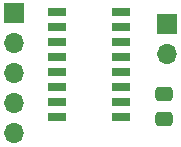
<source format=gbr>
%TF.GenerationSoftware,KiCad,Pcbnew,8.0.0-dirty*%
%TF.CreationDate,2024-03-12T22:33:29-04:00*%
%TF.ProjectId,MotorDriverVNH,4d6f746f-7244-4726-9976-6572564e482e,rev?*%
%TF.SameCoordinates,Original*%
%TF.FileFunction,Soldermask,Top*%
%TF.FilePolarity,Negative*%
%FSLAX46Y46*%
G04 Gerber Fmt 4.6, Leading zero omitted, Abs format (unit mm)*
G04 Created by KiCad (PCBNEW 8.0.0-dirty) date 2024-03-12 22:33:29*
%MOMM*%
%LPD*%
G01*
G04 APERTURE LIST*
G04 Aperture macros list*
%AMRoundRect*
0 Rectangle with rounded corners*
0 $1 Rounding radius*
0 $2 $3 $4 $5 $6 $7 $8 $9 X,Y pos of 4 corners*
0 Add a 4 corners polygon primitive as box body*
4,1,4,$2,$3,$4,$5,$6,$7,$8,$9,$2,$3,0*
0 Add four circle primitives for the rounded corners*
1,1,$1+$1,$2,$3*
1,1,$1+$1,$4,$5*
1,1,$1+$1,$6,$7*
1,1,$1+$1,$8,$9*
0 Add four rect primitives between the rounded corners*
20,1,$1+$1,$2,$3,$4,$5,0*
20,1,$1+$1,$4,$5,$6,$7,0*
20,1,$1+$1,$6,$7,$8,$9,0*
20,1,$1+$1,$8,$9,$2,$3,0*%
G04 Aperture macros list end*
%ADD10R,1.525000X0.650000*%
%ADD11RoundRect,0.250000X0.475000X-0.337500X0.475000X0.337500X-0.475000X0.337500X-0.475000X-0.337500X0*%
%ADD12R,1.700000X1.700000*%
%ADD13O,1.700000X1.700000*%
G04 APERTURE END LIST*
D10*
%TO.C,IC1*%
X75020500Y-66407000D03*
X75020500Y-67677000D03*
X75020500Y-68947000D03*
X75020500Y-70217000D03*
X75020500Y-71487000D03*
X75020500Y-72757000D03*
X75020500Y-74027000D03*
X75020500Y-75297000D03*
X80444500Y-75297000D03*
X80444500Y-74027000D03*
X80444500Y-72757000D03*
X80444500Y-71487000D03*
X80444500Y-70217000D03*
X80444500Y-68947000D03*
X80444500Y-67677000D03*
X80444500Y-66407000D03*
%TD*%
D11*
%TO.C,C1*%
X84074000Y-75459500D03*
X84074000Y-73384500D03*
%TD*%
D12*
%TO.C,J1*%
X84307500Y-67402000D03*
D13*
X84307500Y-69942000D03*
%TD*%
D12*
%TO.C,J3*%
X71374000Y-66548000D03*
D13*
X71374000Y-69088000D03*
X71374000Y-71628000D03*
X71374000Y-74168000D03*
X71374000Y-76708000D03*
%TD*%
M02*

</source>
